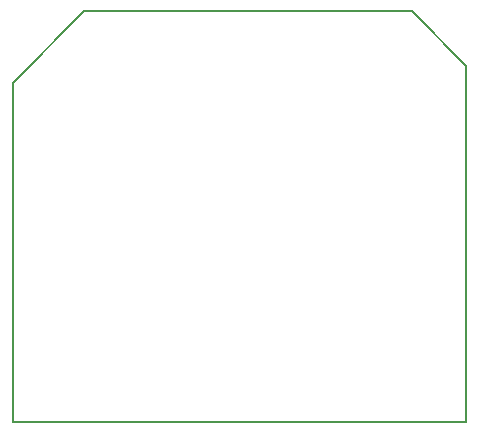
<source format=gko>
G04*
G04 #@! TF.GenerationSoftware,Altium Limited,Altium Designer,18.0.9 (584)*
G04*
G04 Layer_Color=16711935*
%FSLAX24Y24*%
%MOIN*%
G70*
G01*
G75*
%ADD14C,0.0079*%
D14*
X47795Y22589D02*
Y34488D01*
X45994Y36289D02*
X47795Y34488D01*
X35059Y36289D02*
X45994D01*
X32677Y33907D02*
X35059Y36289D01*
X32677Y22589D02*
Y33907D01*
Y22589D02*
X47795D01*
M02*

</source>
